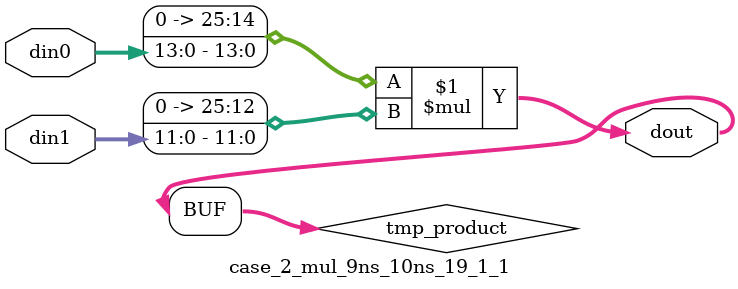
<source format=v>

`timescale 1 ns / 1 ps

 (* use_dsp = "no" *)  module case_2_mul_9ns_10ns_19_1_1(din0, din1, dout);
parameter ID = 1;
parameter NUM_STAGE = 0;
parameter din0_WIDTH = 14;
parameter din1_WIDTH = 12;
parameter dout_WIDTH = 26;

input [din0_WIDTH - 1 : 0] din0; 
input [din1_WIDTH - 1 : 0] din1; 
output [dout_WIDTH - 1 : 0] dout;

wire signed [dout_WIDTH - 1 : 0] tmp_product;
























assign tmp_product = $signed({1'b0, din0}) * $signed({1'b0, din1});











assign dout = tmp_product;





















endmodule

</source>
